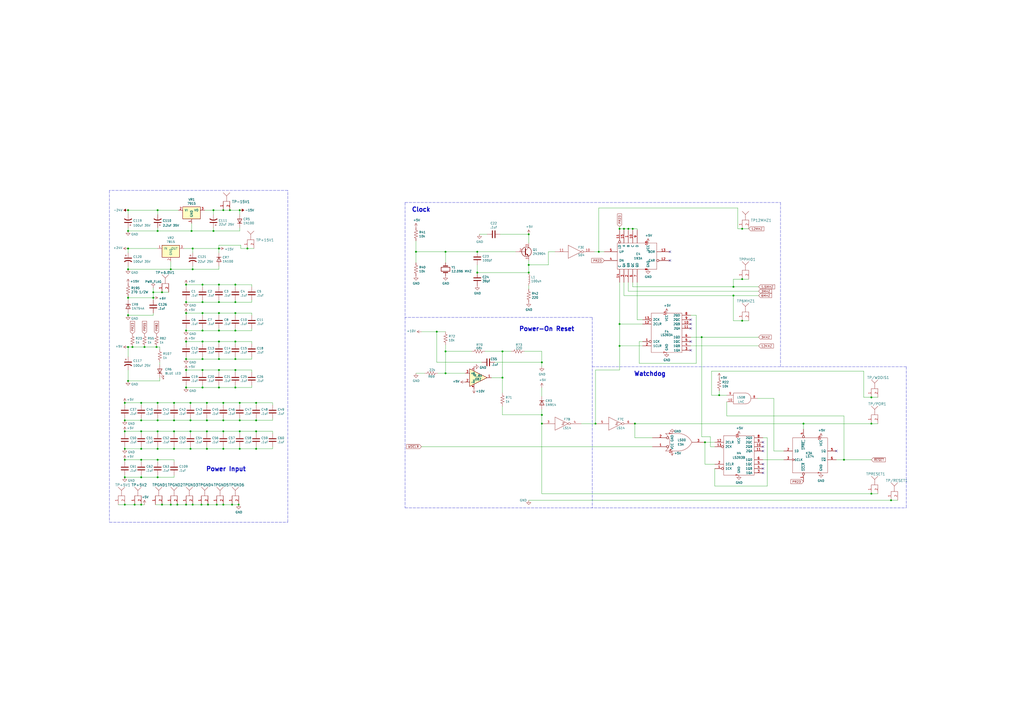
<source format=kicad_sch>
(kicad_sch (version 20211123) (generator eeschema)
  (paper "A2")
  (junction (at 91.44 260.35))
  (junction (at 120.015 260.35))
  (junction (at 107.95 181.61))
  (junction (at 430.53 132.715))
  (junction (at 408.94 256.54))
  (junction (at 505.46 245.745))
  (junction (at 107.95 224.79))
  (junction (at 100.965 250.19))
  (junction (at 120.015 243.84))
  (junction (at 291.465 219.075))
  (junction (at 258.445 216.535))
  (junction (at 138.43 292.735))
  (junction (at 129.54 250.19))
  (junction (at 136.525 208.28))
  (junction (at 72.39 243.84))
  (junction (at 127 214.63))
  (junction (at 148.59 250.19))
  (junction (at 129.54 233.68))
  (junction (at 136.525 198.12))
  (junction (at 117.475 165.1))
  (junction (at 83.82 201.295))
  (junction (at 314.325 240.665))
  (junction (at 125.73 292.735))
  (junction (at 430.53 186.055))
  (junction (at 364.49 132.715))
  (junction (at 127 191.77))
  (junction (at 110.49 243.84))
  (junction (at 136.525 214.63))
  (junction (at 127 181.61))
  (junction (at 81.915 276.86))
  (junction (at 136.525 181.61))
  (junction (at 88.9 169.545))
  (junction (at 306.705 158.115))
  (junction (at 129.54 121.92))
  (junction (at 91.44 250.19))
  (junction (at 90.805 201.295))
  (junction (at 347.345 146.05))
  (junction (at 136.525 165.1))
  (junction (at 133.35 121.92))
  (junction (at 81.915 243.84))
  (junction (at 407.035 195.58))
  (junction (at 102.87 292.735))
  (junction (at 111.76 144.145))
  (junction (at 81.915 250.19))
  (junction (at 74.295 172.72))
  (junction (at 123.825 133.985))
  (junction (at 148.59 233.68))
  (junction (at 117.475 198.12))
  (junction (at 74.295 121.92))
  (junction (at 367.03 132.715))
  (junction (at 74.295 182.88))
  (junction (at 148.59 243.84))
  (junction (at 127 198.12))
  (junction (at 136.525 224.79))
  (junction (at 253.365 192.405))
  (junction (at 93.98 169.545))
  (junction (at 120.015 233.68))
  (junction (at 123.825 121.92))
  (junction (at 129.54 260.35))
  (junction (at 91.44 233.68))
  (junction (at 107.95 191.77))
  (junction (at 81.915 260.35))
  (junction (at 91.44 276.86))
  (junction (at 127 224.79))
  (junction (at 107.95 214.63))
  (junction (at 117.475 191.77))
  (junction (at 107.95 165.1))
  (junction (at 117.475 224.79))
  (junction (at 139.065 260.35))
  (junction (at 291.465 203.835))
  (junction (at 276.86 158.115))
  (junction (at 127 175.26))
  (junction (at 91.44 121.92))
  (junction (at 241.3 146.05))
  (junction (at 466.09 245.745))
  (junction (at 81.915 233.68))
  (junction (at 129.54 292.735))
  (junction (at 139.065 233.68))
  (junction (at 258.445 146.05))
  (junction (at 417.195 229.235))
  (junction (at 72.39 276.86))
  (junction (at 111.76 156.21))
  (junction (at 76.835 201.295))
  (junction (at 81.915 292.735))
  (junction (at 110.49 250.19))
  (junction (at 107.95 198.12))
  (junction (at 276.86 146.05))
  (junction (at 72.39 250.19))
  (junction (at 74.295 220.98))
  (junction (at 368.3 245.745))
  (junction (at 88.9 172.72))
  (junction (at 425.45 171.45))
  (junction (at 74.295 201.295))
  (junction (at 117.475 208.28))
  (junction (at 111.125 133.985))
  (junction (at 100.965 233.68))
  (junction (at 139.065 250.19))
  (junction (at 425.45 166.37))
  (junction (at 314.325 245.745))
  (junction (at 139.065 121.92))
  (junction (at 107.95 292.735))
  (junction (at 116.84 292.735))
  (junction (at 136.525 191.77))
  (junction (at 74.295 156.21))
  (junction (at 107.95 208.28))
  (junction (at 127 144.145))
  (junction (at 127 208.28))
  (junction (at 107.95 175.26))
  (junction (at 100.965 243.84))
  (junction (at 117.475 175.26))
  (junction (at 258.445 203.835))
  (junction (at 361.95 132.715))
  (junction (at 120.65 292.735))
  (junction (at 78.105 292.735))
  (junction (at 117.475 181.61))
  (junction (at 516.89 290.195))
  (junction (at 120.015 250.19))
  (junction (at 143.51 144.145))
  (junction (at 72.39 292.735))
  (junction (at 134.62 292.735))
  (junction (at 148.59 260.35))
  (junction (at 505.46 286.385))
  (junction (at 91.44 133.985))
  (junction (at 359.41 187.96))
  (junction (at 72.39 233.68))
  (junction (at 505.46 230.505))
  (junction (at 345.44 245.745))
  (junction (at 359.41 200.66))
  (junction (at 111.76 292.735))
  (junction (at 139.065 243.84))
  (junction (at 117.475 214.63))
  (junction (at 99.06 292.735))
  (junction (at 72.39 260.35))
  (junction (at 93.98 292.735))
  (junction (at 314.325 210.185))
  (junction (at 430.53 161.925))
  (junction (at 74.295 144.145))
  (junction (at 306.705 135.89))
  (junction (at 489.585 266.7))
  (junction (at 81.915 266.7))
  (junction (at 306.705 153.67))
  (junction (at 129.54 243.84))
  (junction (at 359.41 132.715))
  (junction (at 127 165.1))
  (junction (at 136.525 175.26))
  (junction (at 91.44 266.7))
  (junction (at 99.06 156.21))
  (junction (at 91.44 243.84))
  (junction (at 100.965 260.35))
  (junction (at 74.295 133.985))
  (junction (at 110.49 233.68))
  (junction (at 110.49 260.35))
  (junction (at 72.39 266.7))
  (no_connect (at 485.14 261.62))
  (no_connect (at 442.595 274.32))
  (no_connect (at 442.595 259.08))
  (no_connect (at 442.595 269.24))
  (no_connect (at 442.595 261.62))
  (no_connect (at 388.62 146.05))
  (no_connect (at 388.62 151.13))
  (no_connect (at 400.685 187.96))
  (no_connect (at 400.685 203.2))
  (no_connect (at 400.685 185.42))
  (no_connect (at 442.595 271.78))
  (no_connect (at 400.685 198.12))
  (no_connect (at 400.685 190.5))
  (no_connect (at 442.595 256.54))
  (wire (pts (xy 100.965 234.95) (xy 100.965 233.68)))
  (wire (pts (xy 425.45 186.055) (xy 425.45 171.45)))
  (wire (pts (xy 139.065 259.08) (xy 139.065 260.35)))
  (wire (pts (xy 136.525 199.39) (xy 136.525 198.12)))
  (wire (pts (xy 139.065 133.985) (xy 123.825 133.985)))
  (wire (pts (xy 445.135 281.94) (xy 414.655 281.94)))
  (wire (pts (xy 129.54 260.35) (xy 139.065 260.35)))
  (wire (pts (xy 127 166.37) (xy 127 165.1)))
  (wire (pts (xy 74.295 172.72) (xy 88.9 172.72)))
  (wire (pts (xy 136.525 214.63) (xy 146.05 214.63)))
  (wire (pts (xy 139.065 234.95) (xy 139.065 233.68)))
  (wire (pts (xy 136.525 182.88) (xy 136.525 181.61)))
  (wire (pts (xy 314.325 286.385) (xy 505.46 286.385)))
  (wire (pts (xy 425.45 166.37) (xy 440.055 166.37)))
  (wire (pts (xy 276.86 158.115) (xy 276.86 153.67)))
  (wire (pts (xy 364.49 168.91) (xy 440.055 168.91)))
  (wire (pts (xy 148.59 260.35) (xy 158.115 260.35)))
  (wire (pts (xy 74.295 182.88) (xy 74.295 181.61)))
  (wire (pts (xy 120.015 242.57) (xy 120.015 243.84)))
  (wire (pts (xy 347.345 146.05) (xy 347.345 120.65)))
  (wire (pts (xy 81.915 250.19) (xy 91.44 250.19)))
  (wire (pts (xy 466.09 245.745) (xy 505.46 245.745)))
  (wire (pts (xy 414.655 256.54) (xy 408.94 256.54)))
  (wire (pts (xy 136.525 191.77) (xy 146.05 191.77)))
  (wire (pts (xy 123.825 133.985) (xy 111.125 133.985)))
  (wire (pts (xy 78.105 292.735) (xy 81.915 292.735)))
  (wire (pts (xy 72.39 275.59) (xy 72.39 276.86)))
  (wire (pts (xy 83.82 292.735) (xy 81.915 292.735)))
  (wire (pts (xy 421.64 241.3) (xy 421.64 233.045)))
  (wire (pts (xy 139.7 144.145) (xy 143.51 144.145)))
  (wire (pts (xy 146.05 208.28) (xy 146.05 207.01)))
  (wire (pts (xy 127 165.1) (xy 136.525 165.1)))
  (wire (pts (xy 361.95 163.83) (xy 361.95 171.45)))
  (wire (pts (xy 100.965 259.08) (xy 100.965 260.35)))
  (wire (pts (xy 106.68 144.145) (xy 111.76 144.145)))
  (wire (pts (xy 81.915 250.19) (xy 81.915 251.46)))
  (wire (pts (xy 359.41 200.66) (xy 359.41 214.63)))
  (wire (pts (xy 107.95 181.61) (xy 117.475 181.61)))
  (wire (pts (xy 72.39 267.97) (xy 72.39 266.7)))
  (wire (pts (xy 72.39 292.735) (xy 78.105 292.735)))
  (wire (pts (xy 93.98 292.735) (xy 99.06 292.735)))
  (wire (pts (xy 72.39 251.46) (xy 72.39 250.19)))
  (wire (pts (xy 148.59 242.57) (xy 148.59 243.84)))
  (wire (pts (xy 448.945 231.14) (xy 448.945 261.62)))
  (wire (pts (xy 139.065 242.57) (xy 139.065 243.84)))
  (wire (pts (xy 107.95 166.37) (xy 107.95 165.1)))
  (wire (pts (xy 314.325 240.665) (xy 314.325 237.49)))
  (wire (pts (xy 111.125 133.985) (xy 111.125 129.54)))
  (wire (pts (xy 91.44 260.35) (xy 100.965 260.35)))
  (wire (pts (xy 454.66 266.7) (xy 442.595 266.7)))
  (wire (pts (xy 442.595 254) (xy 445.135 254)))
  (wire (pts (xy 520.7 290.195) (xy 516.89 290.195)))
  (wire (pts (xy 370.84 210.82) (xy 403.86 210.82)))
  (wire (pts (xy 127 190.5) (xy 127 191.77)))
  (wire (pts (xy 127 144.145) (xy 127 142.24)))
  (wire (pts (xy 72.39 276.86) (xy 81.915 276.86)))
  (wire (pts (xy 412.115 253.365) (xy 407.035 253.365)))
  (wire (pts (xy 378.46 254) (xy 368.3 254)))
  (wire (pts (xy 146.05 214.63) (xy 146.05 215.9)))
  (wire (pts (xy 74.295 154.305) (xy 74.295 156.21)))
  (wire (pts (xy 133.35 121.92) (xy 129.54 121.92)))
  (wire (pts (xy 146.05 165.1) (xy 146.05 166.37)))
  (wire (pts (xy 123.825 132.08) (xy 123.825 133.985)))
  (wire (pts (xy 100.965 242.57) (xy 100.965 243.84)))
  (wire (pts (xy 314.325 229.87) (xy 314.325 224.79)))
  (wire (pts (xy 100.965 275.59) (xy 100.965 276.86)))
  (wire (pts (xy 417.195 229.235) (xy 412.75 229.235)))
  (wire (pts (xy 347.345 120.65) (xy 427.99 120.65)))
  (wire (pts (xy 123.825 121.92) (xy 123.825 124.46)))
  (wire (pts (xy 129.54 243.84) (xy 129.54 242.57)))
  (wire (pts (xy 117.475 198.12) (xy 127 198.12)))
  (wire (pts (xy 127 154.305) (xy 127 156.21)))
  (wire (pts (xy 158.115 233.68) (xy 158.115 234.95)))
  (wire (pts (xy 306.705 153.67) (xy 306.705 158.115)))
  (wire (pts (xy 127 191.77) (xy 136.525 191.77)))
  (wire (pts (xy 127 198.12) (xy 136.525 198.12)))
  (wire (pts (xy 318.135 146.05) (xy 318.135 153.67)))
  (wire (pts (xy 107.95 207.01) (xy 107.95 208.28)))
  (wire (pts (xy 425.45 161.925) (xy 425.45 166.37)))
  (wire (pts (xy 127 182.88) (xy 127 181.61)))
  (wire (pts (xy 489.585 266.7) (xy 505.46 266.7)))
  (wire (pts (xy 139.065 250.19) (xy 148.59 250.19)))
  (wire (pts (xy 92.71 220.98) (xy 74.295 220.98)))
  (wire (pts (xy 72.39 259.08) (xy 72.39 260.35)))
  (wire (pts (xy 99.06 292.735) (xy 102.87 292.735)))
  (wire (pts (xy 414.655 259.08) (xy 412.115 259.08)))
  (wire (pts (xy 81.915 243.84) (xy 81.915 242.57)))
  (wire (pts (xy 314.325 212.725) (xy 314.325 210.185)))
  (wire (pts (xy 129.54 250.19) (xy 129.54 251.46)))
  (wire (pts (xy 129.54 260.35) (xy 129.54 259.08)))
  (wire (pts (xy 285.115 219.075) (xy 291.465 219.075)))
  (wire (pts (xy 127 144.145) (xy 127 146.685)))
  (wire (pts (xy 127 142.24) (xy 139.7 142.24)))
  (wire (pts (xy 129.54 243.84) (xy 139.065 243.84)))
  (wire (pts (xy 136.525 207.01) (xy 136.525 208.28)))
  (wire (pts (xy 306.705 290.195) (xy 516.89 290.195)))
  (polyline (pts (xy 525.78 212.725) (xy 525.78 294.64)))
  (wire (pts (xy 445.135 254) (xy 445.135 281.94)))
  (wire (pts (xy 146.05 224.79) (xy 146.05 223.52)))
  (wire (pts (xy 120.65 292.735) (xy 116.84 292.735)))
  (wire (pts (xy 367.03 166.37) (xy 425.45 166.37)))
  (wire (pts (xy 139.065 243.84) (xy 148.59 243.84)))
  (wire (pts (xy 107.95 198.12) (xy 117.475 198.12)))
  (wire (pts (xy 368.3 245.745) (xy 466.09 245.745)))
  (wire (pts (xy 148.59 250.19) (xy 158.115 250.19)))
  (wire (pts (xy 129.54 250.19) (xy 139.065 250.19)))
  (wire (pts (xy 158.115 243.84) (xy 158.115 242.57)))
  (wire (pts (xy 466.09 248.92) (xy 466.09 245.745)))
  (wire (pts (xy 74.295 133.985) (xy 91.44 133.985)))
  (wire (pts (xy 88.9 182.88) (xy 74.295 182.88)))
  (wire (pts (xy 74.295 172.72) (xy 74.295 173.99)))
  (wire (pts (xy 117.475 208.28) (xy 127 208.28)))
  (wire (pts (xy 253.365 210.185) (xy 253.365 192.405)))
  (wire (pts (xy 91.44 234.95) (xy 91.44 233.68)))
  (wire (pts (xy 430.53 161.925) (xy 425.45 161.925)))
  (wire (pts (xy 111.76 154.305) (xy 111.76 156.21)))
  (wire (pts (xy 117.475 165.1) (xy 127 165.1)))
  (wire (pts (xy 107.95 165.1) (xy 117.475 165.1)))
  (wire (pts (xy 127 208.28) (xy 136.525 208.28)))
  (wire (pts (xy 83.82 201.295) (xy 90.805 201.295)))
  (wire (pts (xy 90.17 292.735) (xy 93.98 292.735)))
  (wire (pts (xy 412.75 215.265) (xy 501.015 215.265)))
  (wire (pts (xy 318.135 153.67) (xy 306.705 153.67)))
  (wire (pts (xy 81.915 233.68) (xy 91.44 233.68)))
  (wire (pts (xy 291.465 227.965) (xy 291.465 219.075)))
  (wire (pts (xy 345.44 214.63) (xy 359.41 214.63)))
  (wire (pts (xy 359.41 132.715) (xy 359.41 133.35)))
  (wire (pts (xy 93.98 169.545) (xy 88.9 169.545)))
  (wire (pts (xy 509.27 286.385) (xy 505.46 286.385)))
  (wire (pts (xy 136.525 215.9) (xy 136.525 214.63)))
  (wire (pts (xy 129.54 233.68) (xy 129.54 234.95)))
  (wire (pts (xy 88.9 167.005) (xy 88.9 169.545)))
  (wire (pts (xy 136.525 166.37) (xy 136.525 165.1)))
  (wire (pts (xy 369.57 185.42) (xy 372.745 185.42)))
  (wire (pts (xy 74.295 132.08) (xy 74.295 133.985)))
  (wire (pts (xy 361.95 171.45) (xy 425.45 171.45)))
  (wire (pts (xy 127 175.26) (xy 136.525 175.26)))
  (wire (pts (xy 127 214.63) (xy 136.525 214.63)))
  (wire (pts (xy 158.115 250.19) (xy 158.115 251.46)))
  (wire (pts (xy 485.14 266.7) (xy 489.585 266.7)))
  (wire (pts (xy 350.52 146.05) (xy 347.345 146.05)))
  (wire (pts (xy 359.41 187.96) (xy 359.41 163.83)))
  (wire (pts (xy 110.49 260.35) (xy 110.49 259.08)))
  (wire (pts (xy 88.9 169.545) (xy 88.9 172.72)))
  (wire (pts (xy 347.345 146.05) (xy 344.805 146.05)))
  (wire (pts (xy 279.4 210.185) (xy 253.365 210.185)))
  (wire (pts (xy 107.95 190.5) (xy 107.95 191.77)))
  (wire (pts (xy 107.95 224.79) (xy 117.475 224.79)))
  (wire (pts (xy 111.76 144.145) (xy 127 144.145)))
  (wire (pts (xy 74.295 144.145) (xy 91.44 144.145)))
  (wire (pts (xy 107.95 208.28) (xy 117.475 208.28)))
  (wire (pts (xy 282.575 135.89) (xy 278.13 135.89)))
  (wire (pts (xy 107.95 175.26) (xy 117.475 175.26)))
  (wire (pts (xy 88.9 181.61) (xy 88.9 182.88)))
  (polyline (pts (xy 167.005 302.895) (xy 167.005 110.49)))
  (wire (pts (xy 489.585 266.7) (xy 489.585 241.3)))
  (wire (pts (xy 139.065 132.08) (xy 139.065 133.985)))
  (wire (pts (xy 100.965 243.84) (xy 110.49 243.84)))
  (wire (pts (xy 81.915 266.7) (xy 91.44 266.7)))
  (wire (pts (xy 127 199.39) (xy 127 198.12)))
  (wire (pts (xy 91.44 267.97) (xy 91.44 266.7)))
  (wire (pts (xy 120.015 251.46) (xy 120.015 250.19)))
  (wire (pts (xy 107.95 214.63) (xy 117.475 214.63)))
  (wire (pts (xy 425.45 171.45) (xy 440.055 171.45)))
  (wire (pts (xy 448.945 261.62) (xy 454.66 261.62)))
  (wire (pts (xy 400.685 195.58) (xy 407.035 195.58)))
  (wire (pts (xy 91.44 250.19) (xy 100.965 250.19)))
  (wire (pts (xy 127 156.21) (xy 111.76 156.21)))
  (wire (pts (xy 369.57 163.83) (xy 369.57 185.42)))
  (wire (pts (xy 117.475 165.1) (xy 117.475 166.37)))
  (wire (pts (xy 127 223.52) (xy 127 224.79)))
  (wire (pts (xy 127 215.9) (xy 127 214.63)))
  (wire (pts (xy 103.505 121.92) (xy 91.44 121.92)))
  (wire (pts (xy 361.95 132.715) (xy 364.49 132.715)))
  (wire (pts (xy 111.76 156.21) (xy 99.06 156.21)))
  (wire (pts (xy 120.015 243.84) (xy 110.49 243.84)))
  (wire (pts (xy 372.745 198.12) (xy 370.84 198.12)))
  (wire (pts (xy 146.05 191.77) (xy 146.05 190.5)))
  (wire (pts (xy 92.71 202.565) (xy 92.71 201.295)))
  (wire (pts (xy 117.475 181.61) (xy 127 181.61)))
  (wire (pts (xy 407.035 195.58) (xy 440.055 195.58)))
  (wire (pts (xy 127 181.61) (xy 136.525 181.61)))
  (wire (pts (xy 291.465 219.075) (xy 291.465 203.835)))
  (wire (pts (xy 148.59 233.68) (xy 158.115 233.68)))
  (wire (pts (xy 100.965 260.35) (xy 110.49 260.35)))
  (wire (pts (xy 146.05 175.26) (xy 146.05 173.99)))
  (wire (pts (xy 368.3 254) (xy 368.3 245.745)))
  (wire (pts (xy 258.445 203.835) (xy 258.445 216.535)))
  (wire (pts (xy 72.39 260.35) (xy 81.915 260.35)))
  (wire (pts (xy 412.115 259.08) (xy 412.115 253.365)))
  (wire (pts (xy 100.965 233.68) (xy 110.49 233.68)))
  (wire (pts (xy 136.525 165.1) (xy 146.05 165.1)))
  (wire (pts (xy 91.44 242.57) (xy 91.44 243.84)))
  (wire (pts (xy 81.915 233.68) (xy 81.915 234.95)))
  (wire (pts (xy 314.325 245.745) (xy 314.325 286.385)))
  (wire (pts (xy 88.9 172.72) (xy 88.9 173.99)))
  (wire (pts (xy 314.325 245.745) (xy 314.325 240.665)))
  (polyline (pts (xy 452.755 117.475) (xy 452.755 212.725)))
  (wire (pts (xy 107.95 182.88) (xy 107.95 181.61)))
  (wire (pts (xy 127 224.79) (xy 136.525 224.79)))
  (wire (pts (xy 136.525 181.61) (xy 146.05 181.61)))
  (wire (pts (xy 110.49 243.84) (xy 110.49 242.57)))
  (wire (pts (xy 408.94 256.54) (xy 408.94 269.24)))
  (wire (pts (xy 146.05 181.61) (xy 146.05 182.88)))
  (wire (pts (xy 74.295 220.98) (xy 74.295 214.63)))
  (wire (pts (xy 359.41 200.66) (xy 359.41 187.96)))
  (wire (pts (xy 91.44 243.84) (xy 100.965 243.84)))
  (wire (pts (xy 403.86 210.82) (xy 403.86 182.88)))
  (wire (pts (xy 68.58 292.735) (xy 72.39 292.735)))
  (wire (pts (xy 99.06 156.21) (xy 99.06 151.765)))
  (wire (pts (xy 364.49 132.715) (xy 367.03 132.715)))
  (wire (pts (xy 258.445 203.835) (xy 258.445 200.025)))
  (wire (pts (xy 81.915 260.35) (xy 91.44 260.35)))
  (wire (pts (xy 364.49 163.83) (xy 364.49 168.91)))
  (wire (pts (xy 72.39 233.68) (xy 81.915 233.68)))
  (polyline (pts (xy 234.95 117.475) (xy 234.95 294.64)))
  (polyline (pts (xy 343.535 184.15) (xy 234.95 184.15)))
  (wire (pts (xy 407.035 195.58) (xy 407.035 253.365)))
  (wire (pts (xy 370.84 198.12) (xy 370.84 210.82)))
  (wire (pts (xy 120.015 250.19) (xy 110.49 250.19)))
  (wire (pts (xy 72.39 234.95) (xy 72.39 233.68)))
  (wire (pts (xy 129.54 292.735) (xy 125.73 292.735)))
  (wire (pts (xy 117.475 175.26) (xy 117.475 173.99)))
  (wire (pts (xy 136.525 208.28) (xy 146.05 208.28)))
  (wire (pts (xy 136.525 198.12) (xy 146.05 198.12)))
  (wire (pts (xy 91.44 121.92) (xy 91.44 124.46)))
  (wire (pts (xy 91.44 259.08) (xy 91.44 260.35)))
  (wire (pts (xy 296.545 203.835) (xy 291.465 203.835)))
  (wire (pts (xy 148.59 234.95) (xy 148.59 233.68)))
  (wire (pts (xy 138.43 292.735) (xy 134.62 292.735)))
  (wire (pts (xy 123.825 121.92) (xy 129.54 121.92)))
  (wire (pts (xy 287.02 210.185) (xy 314.325 210.185)))
  (wire (pts (xy 120.015 243.84) (xy 129.54 243.84)))
  (wire (pts (xy 107.95 292.735) (xy 102.87 292.735)))
  (wire (pts (xy 414.655 281.94) (xy 414.655 271.78)))
  (wire (pts (xy 117.475 214.63) (xy 127 214.63)))
  (wire (pts (xy 111.76 144.145) (xy 111.76 146.685)))
  (wire (pts (xy 314.325 203.835) (xy 304.165 203.835)))
  (wire (pts (xy 127 207.01) (xy 127 208.28)))
  (wire (pts (xy 299.085 146.05) (xy 276.86 146.05)))
  (wire (pts (xy 91.44 233.68) (xy 100.965 233.68)))
  (wire (pts (xy 269.875 216.535) (xy 258.445 216.535)))
  (wire (pts (xy 117.475 214.63) (xy 117.475 215.9)))
  (wire (pts (xy 430.53 186.055) (xy 425.45 186.055)))
  (polyline (pts (xy 63.5 110.49) (xy 63.5 302.895)))
  (wire (pts (xy 241.3 152.4) (xy 241.3 146.05)))
  (wire (pts (xy 91.44 276.86) (xy 100.965 276.86)))
  (wire (pts (xy 120.015 259.08) (xy 120.015 260.35)))
  (wire (pts (xy 345.44 245.745) (xy 337.185 245.745)))
  (wire (pts (xy 74.295 156.21) (xy 99.06 156.21)))
  (wire (pts (xy 148.59 243.84) (xy 158.115 243.84)))
  (wire (pts (xy 116.84 292.735) (xy 111.76 292.735)))
  (wire (pts (xy 136.525 223.52) (xy 136.525 224.79)))
  (wire (pts (xy 139.065 260.35) (xy 148.59 260.35)))
  (wire (pts (xy 81.915 260.35) (xy 81.915 259.08)))
  (wire (pts (xy 361.95 132.715) (xy 359.41 132.715)))
  (wire (pts (xy 120.015 260.35) (xy 110.49 260.35)))
  (wire (pts (xy 117.475 208.28) (xy 117.475 207.01)))
  (wire (pts (xy 139.065 121.92) (xy 139.065 124.46)))
  (wire (pts (xy 120.015 233.68) (xy 129.54 233.68)))
  (wire (pts (xy 258.445 192.405) (xy 253.365 192.405)))
  (wire (pts (xy 107.95 223.52) (xy 107.95 224.79)))
  (wire (pts (xy 92.71 219.075) (xy 92.71 220.98)))
  (wire (pts (xy 117.475 191.77) (xy 127 191.77)))
  (wire (pts (xy 72.39 242.57) (xy 72.39 243.84)))
  (wire (pts (xy 258.445 216.535) (xy 254 216.535)))
  (wire (pts (xy 92.71 210.185) (xy 92.71 211.455)))
  (wire (pts (xy 90.805 201.295) (xy 92.71 201.295)))
  (wire (pts (xy 127 173.99) (xy 127 175.26)))
  (wire (pts (xy 139.7 142.24) (xy 139.7 144.145)))
  (wire (pts (xy 306.705 135.89) (xy 306.705 140.97)))
  (wire (pts (xy 367.03 133.35) (xy 367.03 132.715)))
  (wire (pts (xy 148.59 251.46) (xy 148.59 250.19)))
  (wire (pts (xy 430.53 132.715) (xy 427.99 132.715)))
  (wire (pts (xy 291.465 203.835) (xy 281.305 203.835)))
  (wire (pts (xy 290.195 135.89) (xy 306.705 135.89)))
  (wire (pts (xy 74.295 172.085) (xy 74.295 172.72)))
  (polyline (pts (xy 343.535 184.15) (xy 343.535 294.64)))
  (wire (pts (xy 97.79 169.545) (xy 93.98 169.545)))
  (wire (pts (xy 133.35 121.92) (xy 139.065 121.92)))
  (wire (pts (xy 139.065 233.68) (xy 148.59 233.68)))
  (wire (pts (xy 91.44 275.59) (xy 91.44 276.86)))
  (wire (pts (xy 91.44 133.985) (xy 91.44 132.08)))
  (wire (pts (xy 148.59 259.08) (xy 148.59 260.35)))
  (wire (pts (xy 91.44 266.7) (xy 100.965 266.7)))
  (wire (pts (xy 241.3 146.05) (xy 241.3 139.7)))
  (wire (pts (xy 136.525 224.79) (xy 146.05 224.79)))
  (wire (pts (xy 439.42 231.14) (xy 448.945 231.14)))
  (wire (pts (xy 117.475 198.12) (xy 117.475 199.39)))
  (wire (pts (xy 291.465 240.665) (xy 314.325 240.665)))
  (wire (pts (xy 306.705 151.13) (xy 306.705 153.67)))
  (wire (pts (xy 427.99 132.715) (xy 427.99 120.65)))
  (wire (pts (xy 139.065 251.46) (xy 139.065 250.19)))
  (wire (pts (xy 100.965 250.19) (xy 110.49 250.19)))
  (wire (pts (xy 509.27 245.745) (xy 505.46 245.745)))
  (wire (pts (xy 81.915 243.84) (xy 91.44 243.84)))
  (wire (pts (xy 110.49 233.68) (xy 110.49 234.95)))
  (wire (pts (xy 345.44 214.63) (xy 345.44 245.745)))
  (wire (pts (xy 120.015 250.19) (xy 129.54 250.19)))
  (wire (pts (xy 136.525 190.5) (xy 136.525 191.77)))
  (wire (pts (xy 253.365 192.405) (xy 244.475 192.405)))
  (wire (pts (xy 91.44 251.46) (xy 91.44 250.19)))
  (wire (pts (xy 421.64 229.235) (xy 417.195 229.235)))
  (wire (pts (xy 107.95 173.99) (xy 107.95 175.26)))
  (wire (pts (xy 81.915 276.86) (xy 91.44 276.86)))
  (wire (pts (xy 118.745 121.92) (xy 123.825 121.92)))
  (wire (pts (xy 400.685 200.66) (xy 440.055 200.66)))
  (wire (pts (xy 125.73 292.735) (xy 120.65 292.735)))
  (wire (pts (xy 276.86 146.05) (xy 258.445 146.05)))
  (wire (pts (xy 107.95 292.735) (xy 111.76 292.735)))
  (wire (pts (xy 107.95 199.39) (xy 107.95 198.12)))
  (wire (pts (xy 72.39 243.84) (xy 81.915 243.84)))
  (wire (pts (xy 74.295 146.685) (xy 74.295 144.145)))
  (wire (pts (xy 110.49 250.19) (xy 110.49 251.46)))
  (wire (pts (xy 117.475 224.79) (xy 127 224.79)))
  (wire (pts (xy 372.745 200.66) (xy 359.41 200.66)))
  (wire (pts (xy 412.75 229.235) (xy 412.75 215.265)))
  (wire (pts (xy 403.86 182.88) (xy 400.685 182.88)))
  (wire (pts (xy 489.585 241.3) (xy 421.64 241.3)))
  (wire (pts (xy 120.015 260.35) (xy 129.54 260.35)))
  (wire (pts (xy 72.39 250.19) (xy 81.915 250.19)))
  (wire (pts (xy 434.34 186.055) (xy 430.53 186.055)))
  (wire (pts (xy 372.745 187.96) (xy 359.41 187.96)))
  (wire (pts (xy 408.94 269.24) (xy 414.655 269.24)))
  (wire (pts (xy 74.295 201.295) (xy 76.835 201.295)))
  (wire (pts (xy 306.705 165.735) (xy 306.705 167.64)))
  (wire (pts (xy 107.95 191.77) (xy 117.475 191.77)))
  (polyline (pts (xy 343.535 212.725) (xy 525.78 212.725)))
  (wire (pts (xy 306.705 158.115) (xy 276.86 158.115)))
  (wire (pts (xy 107.95 215.9) (xy 107.95 214.63)))
  (wire (pts (xy 146.05 198.12) (xy 146.05 199.39)))
  (polyline (pts (xy 234.95 294.64) (xy 525.78 294.64)))
  (wire (pts (xy 378.46 259.08) (xy 244.475 259.08)))
  (wire (pts (xy 434.34 132.715) (xy 430.53 132.715)))
  (wire (pts (xy 501.015 230.505) (xy 501.015 215.265)))
  (wire (pts (xy 361.95 133.35) (xy 361.95 132.715)))
  (wire (pts (xy 258.445 152.4) (xy 258.445 146.05)))
  (wire (pts (xy 258.445 146.05) (xy 241.3 146.05)))
  (wire (pts (xy 81.915 276.86) (xy 81.915 275.59)))
  (wire (pts (xy 147.32 144.145) (xy 143.51 144.145)))
  (wire (pts (xy 505.46 230.505) (xy 501.015 230.505)))
  (wire (pts (xy 367.03 163.83) (xy 367.03 166.37)))
  (wire (pts (xy 117.475 191.77) (xy 117.475 190.5)))
  (wire (pts (xy 74.295 207.01) (xy 74.295 201.295)))
  (wire (pts (xy 369.57 132.715) (xy 369.57 133.35)))
  (wire (pts (xy 434.34 161.925) (xy 430.53 161.925)))
  (wire (pts (xy 367.03 132.715) (xy 369.57 132.715)))
  (wire (pts (xy 136.525 175.26) (xy 146.05 175.26)))
  (wire (pts (xy 291.465 235.585) (xy 291.465 240.665)))
  (wire (pts (xy 136.525 173.99) (xy 136.525 175.26)))
  (wire (pts (xy 120.015 234.95) (xy 120.015 233.68)))
  (wire (pts (xy 158.115 260.35) (xy 158.115 259.08)))
  (wire (pts (xy 76.835 201.295) (xy 83.82 201.295)))
  (wire (pts (xy 246.38 216.535) (xy 241.3 216.535)))
  (polyline (pts (xy 234.95 117.475) (xy 452.755 117.475)))
  (wire (pts (xy 314.325 210.185) (xy 314.325 203.835)))
  (polyline (pts (xy 63.5 302.895) (xy 167.005 302.895)))
  (wire (pts (xy 134.62 292.735) (xy 129.54 292.735)))
  (wire (pts (xy 74.295 124.46) (xy 74.295 121.92)))
  (wire (pts (xy 117.475 175.26) (xy 127 175.26)))
  (wire (pts (xy 72.39 266.7) (xy 81.915 266.7)))
  (wire (pts (xy 509.27 230.505) (xy 505.46 230.505)))
  (wire (pts (xy 364.49 133.35) (xy 364.49 132.715)))
  (wire (pts (xy 273.685 203.835) (xy 258.445 203.835)))
  (wire (pts (xy 74.295 121.92) (xy 91.44 121.92)))
  (wire (pts (xy 120.015 233.68) (xy 110.49 233.68)))
  (wire (pts (xy 117.475 181.61) (xy 117.475 182.88)))
  (wire (pts (xy 91.44 133.985) (xy 111.125 133.985)))
  (wire (pts (xy 129.54 233.68) (xy 139.065 233.68)))
  (wire (pts (xy 417.195 229.235) (xy 417.195 226.695)))
  (wire (pts (xy 100.965 267.97) (xy 100.965 266.7)))
  (wire (pts (xy 100.965 251.46) (xy 100.965 250.19)))
  (wire (pts (xy 359.41 131.445) (xy 359.41 132.715)))
  (wire (pts (xy 321.945 146.05) (xy 318.135 146.05)))
  (wire (pts (xy 81.915 266.7) (xy 81.915 267.97)))
  (polyline (pts (xy 167.005 110.49) (xy 63.5 110.49)))
  (wire (pts (xy 117.475 224.79) (xy 117.475 223.52)))
  (text "Power-On Reset" (at 300.99 192.405 0) (effects (font (size 2.54 2.54) (thickness 0.508) bold) (justify left bottom)))
  (text "Power Input" (at 119.38 273.685 0) (effects (font (size 2.54 2.54) (thickness 0.508) bold) (justify left bottom)))
  (text "Clock" (at 238.76 123.19 0) (effects (font (size 2.54 2.54) (thickness 0.508) bold) (justify left bottom)))
  (text "Watchdog" (at 367.665 218.44 0) (effects (font (size 2.54 2.54) (thickness 0.508) bold) (justify left bottom)))
  (global_label "3KHZ" (shape input) (at 440.055 195.58 0) (property "Intersheet References" "${INTERSHEET_REFS}" (effects hide)))
  (global_label "1.5MHZ" (shape input) (at 440.055 166.37 0) (property "Intersheet References" "${INTERSHEET_REFS}" (effects hide)))
  (global_label "PR23" (shape input) (at 76.835 193.675 90) (property "Intersheet References" "${INTERSHEET_REFS}" (effects hide)))
  (global_label "PR82" (shape input) (at 90.805 193.675 90) (property "Intersheet References" "${INTERSHEET_REFS}" (effects hide)))
  (global_label "6MHZ" (shape input) (at 440.055 171.45 0) (property "Intersheet References" "${INTERSHEET_REFS}" (effects hide)))
  (global_label "PR55" (shape input) (at 83.82 193.675 90) (property "Intersheet References" "${INTERSHEET_REFS}" (effects hide)))
  (global_label "PR23" (shape input) (at 466.09 279.4 180) (property "Intersheet References" "${INTERSHEET_REFS}" (effects hide)))
  (global_label "PR23" (shape input) (at 359.41 131.445 90) (property "Intersheet References" "${INTERSHEET_REFS}" (effects hide)))
  (global_label "~{WDCLR}" (shape input) (at 244.475 259.08 180) (property "Intersheet References" "${INTERSHEET_REFS}" (effects hide)))
  (global_label "3MHZ" (shape input) (at 440.055 168.91 0) (property "Intersheet References" "${INTERSHEET_REFS}" (effects hide)))
  (global_label "PR23" (shape input) (at 350.52 151.13 180) (property "Intersheet References" "${INTERSHEET_REFS}" (effects hide)))
  (global_label "12MHZ" (shape input) (at 434.34 132.715 0) (property "Intersheet References" "${INTERSHEET_REFS}" (effects hide)))
  (global_label "12KHZ" (shape input) (at 440.055 200.66 0) (property "Intersheet References" "${INTERSHEET_REFS}" (effects hide)))
  (global_label "~{RESET}" (shape input) (at 505.46 266.7 0) (property "Intersheet References" "${INTERSHEET_REFS}" (effects hide)))
  (symbol (lib_id "atari_grav_bw:7915") (at 111.125 121.92 0) (mirror x) (unit 1)
    (property "Reference" "VR1" (at 111.125 115.7732 0))
    (property "Value" "7915" (at 111.125 118.0846 0))
  )
  (symbol (lib_id "Device:D") (at 139.065 128.27 90) (unit 1)
    (property "Reference" "CR5" (at 141.0716 127.1016 90) (effects (justify right)))
    (property "Value" "1N100" (at 141.0716 129.413 90) (effects (justify right)))
  )
  (symbol (lib_id "power:+24V") (at 74.295 144.145 90) (unit 1)
    (property "Reference" "#PWR0138" (effects hide))
    (property "Value" "+24V" (at 71.0438 143.764 90) (effects (justify left)))
  )
  (symbol (lib_id "power:-24V") (at 74.295 121.92 90) (unit 1)
    (property "Reference" "#PWR0141" (effects hide))
    (property "Value" "-24V" (at 71.12 121.92 90) (effects (justify left)))
  )
  (symbol (lib_id "power:-15V") (at 139.065 121.92 270) (unit 1)
    (property "Reference" "#PWR0137" (effects hide))
    (property "Value" "-15V" (at 144.78 121.92 90))
  )
  (symbol (lib_id "Device:D") (at 127 150.495 270) (unit 1)
    (property "Reference" "CR7" (at 129.0066 149.3266 90) (effects (justify left)))
    (property "Value" "1N100" (at 129.0066 151.638 90) (effects (justify left)))
  )
  (symbol (lib_id "power:+15V") (at 127 144.145 270) (unit 1)
    (property "Reference" "#PWR0142" (effects hide))
    (property "Value" "+15V" (at 130.2512 144.526 90) (effects (justify left)))
  )
  (symbol (lib_id "atari_grav_bw:7815") (at 99.06 144.145 0) (unit 1)
    (property "Reference" "VR2" (at 99.06 137.9982 0))
    (property "Value" "7815" (at 99.06 140.3096 0))
  )
  (symbol (lib_id "power:GND") (at 74.295 133.985 0) (unit 1)
    (property "Reference" "#PWR0139" (effects hide))
    (property "Value" "GND" (at 78.105 135.89 0))
  )
  (symbol (lib_id "power:GND") (at 74.295 156.21 0) (unit 1)
    (property "Reference" "#PWR0140" (effects hide))
    (property "Value" "GND" (at 78.105 158.115 0))
  )
  (symbol (lib_id "Device:R_US") (at 74.295 168.275 0) (unit 1)
    (property "Reference" "R195" (at 76.0222 167.1066 0) (effects (justify left)))
    (property "Value" "270 1/2W" (at 76.0222 169.418 0) (effects (justify left)))
  )
  (symbol (lib_id "power:+15V") (at 74.295 164.465 0) (unit 1)
    (property "Reference" "#PWR0128" (effects hide))
    (property "Value" "+15V" (at 78.105 163.195 0))
  )
  (symbol (lib_id "Device:D_Zener") (at 74.295 177.8 270) (unit 1)
    (property "Reference" "CR8" (at 76.3016 176.6316 90) (effects (justify left)))
    (property "Value" "1N754A" (at 76.3016 178.943 90) (effects (justify left)))
  )
  (symbol (lib_id "Device:C") (at 88.9 177.8 0) (unit 1)
    (property "Reference" "C126" (at 91.821 176.6316 0) (effects (justify left)))
    (property "Value" ".1uf" (at 91.821 178.943 0) (effects (justify left)))
  )
  (symbol (lib_id "power:GND") (at 74.295 182.88 0) (unit 1)
    (property "Reference" "#PWR0126" (effects hide))
    (property "Value" "GND" (at 78.105 184.785 0))
  )
  (symbol (lib_id "power:+6V") (at 88.9 172.72 270) (unit 1)
    (property "Reference" "#PWR0129" (effects hide))
    (property "Value" "+6V" (at 92.1512 173.101 90) (effects (justify left)))
  )
  (symbol (lib_id "power:+5V") (at 74.295 201.295 90) (unit 1)
    (property "Reference" "#PWR0127" (effects hide))
    (property "Value" "+5V" (at 71.0438 200.914 90) (effects (justify left)))
  )
  (symbol (lib_id "Device:R_US") (at 76.835 197.485 0) (unit 1)
    (property "Reference" "R23" (at 78.5622 196.3166 0) (effects (justify left)))
    (property "Value" "1k" (at 78.5622 198.628 0) (effects (justify left)))
  )
  (symbol (lib_id "Device:R_US") (at 83.82 197.485 0) (unit 1)
    (property "Reference" "R55" (at 85.5472 196.3166 0) (effects (justify left)))
    (property "Value" "1k" (at 85.5472 198.628 0) (effects (justify left)))
  )
  (symbol (lib_id "Device:R_US") (at 90.805 197.485 0) (unit 1)
    (property "Reference" "R82" (at 92.5322 196.3166 0) (effects (justify left)))
    (property "Value" "1k" (at 92.5322 198.628 0) (effects (justify left)))
  )
  (symbol (lib_id "Device:LED") (at 92.71 215.265 90) (unit 1)
    (property "Reference" "CR6" (at 95.6818 214.2744 90) (effects (justify right)))
    (property "Value" "BLUE LED" (at 95.6818 216.5858 90) (effects (justify right)))
  )
  (symbol (lib_id "Device:R_US") (at 92.71 206.375 0) (unit 1)
    (property "Reference" "R107" (at 94.4372 205.2066 0) (effects (justify left)))
    (property "Value" "1k" (at 94.4372 207.518 0) (effects (justify left)))
  )
  (symbol (lib_id "power:GND") (at 74.295 220.98 0) (unit 1)
    (property "Reference" "#PWR0143" (effects hide))
    (property "Value" "GND" (at 78.105 222.885 0))
  )
  (symbol (lib_id "Device:C") (at 107.95 170.18 0) (unit 1)
    (property "Reference" "C1" (at 110.871 169.0116 0) (effects (justify left)))
    (property "Value" ".1uf" (at 110.871 171.323 0) (effects (justify left)))
  )
  (symbol (lib_id "Device:C") (at 117.475 170.18 0) (unit 1)
    (property "Reference" "C2" (at 120.396 169.0116 0) (effects (justify left)))
    (property "Value" ".1uf" (at 120.396 171.323 0) (effects (justify left)))
  )
  (symbol (lib_id "Device:C") (at 127 170.18 0) (unit 1)
    (property "Reference" "C3" (at 129.921 169.0116 0) (effects (justify left)))
    (property "Value" ".1uf" (at 129.921 171.323 0) (effects (justify left)))
  )
  (symbol (lib_id "Device:C") (at 136.525 170.18 0) (unit 1)
    (property "Reference" "C4" (at 139.446 169.0116 0) (effects (justify left)))
    (property "Value" ".1uf" (at 139.446 171.323 0) (effects (justify left)))
  )
  (symbol (lib_id "Device:C") (at 146.05 170.18 0) (unit 1)
    (property "Reference" "C5" (at 148.971 169.0116 0) (effects (justify left)))
    (property "Value" ".1uf" (at 148.971 171.323 0) (effects (justify left)))
  )
  (symbol (lib_id "power:+5V") (at 107.95 165.1 0) (unit 1)
    (property "Reference" "#PWR0125" (effects hide))
    (property "Value" "+5V" (at 111.125 163.195 0))
  )
  (symbol (lib_id "power:GND") (at 107.95 175.26 0) (unit 1)
    (property "Reference" "#PWR0130" (effects hide))
    (property "Value" "GND" (at 111.76 177.165 0))
  )
  (symbol (lib_id "Device:C") (at 107.95 186.69 0) (unit 1)
    (property "Reference" "C6" (at 110.871 185.5216 0) (effects (justify left)))
    (property "Value" ".1uf" (at 110.871 187.833 0) (effects (justify left)))
  )
  (symbol (lib_id "Device:C") (at 117.475 186.69 0) (unit 1)
    (property "Reference" "C7" (at 120.396 185.5216 0) (effects (justify left)))
    (property "Value" ".1uf" (at 120.396 187.833 0) (effects (justify left)))
  )
  (symbol (lib_id "Device:C") (at 127 186.69 0) (unit 1)
    (property "Reference" "C8" (at 129.921 185.5216 0) (effects (justify left)))
    (property "Value" ".1uf" (at 129.921 187.833 0) (effects (justify left)))
  )
  (symbol (lib_id "Device:C") (at 136.525 186.69 0) (unit 1)
    (property "Reference" "C10" (at 139.446 185.5216 0) (effects (justify left)))
    (property "Value" ".1uf" (at 139.446 187.833 0) (effects (justify left)))
  )
  (symbol (lib_id "Device:C") (at 146.05 186.69 0) (unit 1)
    (property "Reference" "C11" (at 148.971 185.5216 0) (effects (justify left)))
    (property "Value" ".1uf" (at 148.971 187.833 0) (effects (justify left)))
  )
  (symbol (lib_id "power:+5V") (at 107.95 181.61 0) (unit 1)
    (property "Reference" "#PWR0132" (effects hide))
    (property "Value" "+5V" (at 111.125 179.705 0))
  )
  (symbol (lib_id "power:GND") (at 107.95 191.77 0) (unit 1)
    (property "Reference" "#PWR0131" (effects hide))
    (property "Value" "GND" (at 111.76 193.675 0))
  )
  (symbol (lib_id "Device:C") (at 107.95 203.2 0) (unit 1)
    (property "Reference" "C12" (at 110.871 202.0316 0) (effects (justify left)))
    (property "Value" ".1uf" (at 110.871 204.343 0) (effects (justify left)))
  )
  (symbol (lib_id "Device:C") (at 117.475 203.2 0) (unit 1)
    (property "Reference" "C13" (at 120.396 202.0316 0) (effects (justify left)))
    (property "Value" ".1uf" (at 120.396 204.343 0) (effects (justify left)))
  )
  (symbol (lib_id "Device:C") (at 127 203.2 0) (unit 1)
    (property "Reference" "C14" (at 129.921 202.0316 0) (effects (justify left)))
    (property "Value" ".1uf" (at 129.921 204.343 0) (effects (justify left)))
  )
  (symbol (lib_id "Device:C") (at 136.525 203.2 0) (unit 1)
    (property "Reference" "C15" (at 139.446 202.0316 0) (effects (justify left)))
    (property "Value" ".1uf" (at 139.446 204.343 0) (effects (justify left)))
  )
  (symbol (lib_id "Device:C") (at 146.05 203.2 0) (unit 1)
    (property "Reference" "C18" (at 148.971 202.0316 0) (effects (justify left)))
    (property "Value" ".1uf" (at 148.971 204.343 0) (effects (justify left)))
  )
  (symbol (lib_id "power:+5V") (at 107.95 198.12 0) (unit 1)
    (property "Reference" "#PWR0133" (effects hide))
    (property "Value" "+5V" (at 111.125 196.215 0))
  )
  (symbol (lib_id "power:GND") (at 107.95 208.28 0) (unit 1)
    (property "Reference" "#PWR0134" (effects hide))
    (property "Value" "GND" (at 111.76 210.185 0))
  )
  (symbol (lib_id "Device:C") (at 107.95 219.71 0) (unit 1)
    (property "Reference" "C19" (at 110.871 218.5416 0) (effects (justify left)))
    (property "Value" ".1uf" (at 110.871 220.853 0) (effects (justify left)))
  )
  (symbol (lib_id "Device:C") (at 117.475 219.71 0) (unit 1)
    (property "Reference" "C20" (at 120.396 218.5416 0) (effects (justify left)))
    (property "Value" ".1uf" (at 120.396 220.853 0) (effects (justify left)))
  )
  (symbol (lib_id "Device:C") (at 127 219.71 0) (unit 1)
    (property "Reference" "C21" (at 129.921 218.5416 0) (effects (justify left)))
    (property "Value" ".1uf" (at 129.921 220.853 0) (effects (justify left)))
  )
  (symbol (lib_id "Device:C") (at 136.525 219.71 0) (unit 1)
    (property "Reference" "C25" (at 139.446 218.5416 0) (effects (justify left)))
    (property "Value" ".1uf" (at 139.446 220.853 0) (effects (justify left)))
  )
  (symbol (lib_id "Device:C") (at 146.05 219.71 0) (unit 1)
    (property "Reference" "C26" (at 148.971 218.5416 0) (effects (justify left)))
    (property "Value" ".1uf" (at 148.971 220.853 0) (effects (justify left)))
  )
  (symbol (lib_id "power:+5V") (at 107.95 214.63 0) (unit 1)
    (property "Reference" "#PWR0135" (effects hide))
    (property "Value" "+5V" (at 111.125 212.725 0))
  )
  (symbol (lib_id "power:GND") (at 107.95 224.79 0) (unit 1)
    (property "Reference" "#PWR0146" (effects hide))
    (property "Value" "GND" (at 111.76 226.695 0))
  )
  (symbol (lib_id "Device:C") (at 72.39 238.76 0) (unit 1)
    (property "Reference" "C37" (at 75.311 237.5916 0) (effects (justify left)))
    (property "Value" ".1uf" (at 75.311 239.903 0) (effects (justify left)))
  )
  (symbol (lib_id "Device:C") (at 81.915 238.76 0) (unit 1)
    (property "Reference" "C40" (at 84.836 237.5916 0) (effects (justify left)))
    (property "Value" ".1uf" (at 84.836 239.903 0) (effects (justify left)))
  )
  (symbol (lib_id "Device:C") (at 91.44 238.76 0) (unit 1)
    (property "Reference" "C41" (at 94.361 237.5916 0) (effects (justify left)))
    (property "Value" ".1uf" (at 94.361 239.903 0) (effects (justify left)))
  )
  (symbol (lib_id "Device:C") (at 100.965 238.76 0) (unit 1)
    (property "Reference" "C42" (at 103.886 237.5916 0) (effects (justify left)))
    (property "Value" ".1uf" (at 103.886 239.903 0) (effects (justify left)))
  )
  (symbol (lib_id "Device:C") (at 110.49 238.76 0) (unit 1)
    (property "Reference" "C43" (at 113.411 237.5916 0) (effects (justify left)))
    (property "Value" ".1uf" (at 113.411 239.903 0) (effects (justify left)))
  )
  (symbol (lib_id "power:+5V") (at 72.39 233.68 0) (unit 1)
    (property "Reference" "#PWR0144" (effects hide))
    (property "Value" "+5V" (at 75.565 231.775 0))
  )
  (symbol (lib_id "power:GND") (at 72.39 243.84 0) (unit 1)
    (property "Reference" "#PWR0145" (effects hide))
    (property "Value" "GND" (at 76.2 245.745 0))
  )
  (symbol (lib_id "Device:C") (at 120.015 238.76 0) (unit 1)
    (property "Reference" "C45" (at 122.936 237.5916 0) (effects (justify left)))
    (property "Value" ".1uf" (at 122.936 239.903 0) (effects (justify left)))
  )
  (symbol (lib_id "Device:C") (at 129.54 238.76 0) (unit 1)
    (property "Reference" "C46" (at 132.461 237.5916 0) (effects (justify left)))
    (property "Value" ".1uf" (at 132.461 239.903 0) (effects (justify left)))
  )
  (symbol (lib_id "Device:C") (at 139.065 238.76 0) (unit 1)
    (property "Reference" "C47" (at 141.986 237.5916 0) (effects (justify left)))
    (property "Value" ".1uf" (at 141.986 239.903 0) (effects (justify left)))
  )
  (symbol (lib_id "Device:C") (at 148.59 238.76 0) (unit 1)
    (property "Reference" "C48" (at 151.511 237.5916 0) (effects (justify left)))
    (property "Value" ".1uf" (at 151.511 239.903 0) (effects (justify left)))
  )
  (symbol (lib_id "Device:C") (at 158.115 238.76 0) (unit 1)
    (property "Reference" "C49" (at 161.036 237.5916 0) (effects (justify left)))
    (property "Value" ".1uf" (at 161.036 239.903 0) (effects (justify left)))
  )
  (symbol (lib_id "Device:C") (at 72.39 255.27 0) (unit 1)
    (property "Reference" "C50" (at 75.311 254.1016 0) (effects (justify left)))
    (property "Value" ".1uf" (at 75.311 256.413 0) (effects (justify left)))
  )
  (symbol (lib_id "Device:C") (at 81.915 255.27 0) (unit 1)
    (property "Reference" "C51" (at 84.836 254.1016 0) (effects (justify left)))
    (property "Value" ".1uf" (at 84.836 256.413 0) (effects (justify left)))
  )
  (symbol (lib_id "Device:C") (at 91.44 255.27 0) (unit 1)
    (property "Reference" "C52" (at 94.361 254.1016 0) (effects (justify left)))
    (property "Value" ".1uf" (at 94.361 256.413 0) (effects (justify left)))
  )
  (symbol (lib_id "Device:C") (at 100.965 255.27 0) (unit 1)
    (property "Reference" "C53" (at 103.886 254.1016 0) (effects (justify left)))
    (property "Value" ".1uf" (at 103.886 256.413 0) (effects (justify left)))
  )
  (symbol (lib_id "Device:C") (at 110.49 255.27 0) (unit 1)
    (property "Reference" "C54" (at 113.411 254.1016 0) (effects (justify left)))
    (property "Value" ".1uf" (at 113.411 256.413 0) (effects (justify left)))
  )
  (symbol (lib_id "power:+5V") (at 72.39 250.19 0) (unit 1)
    (property "Reference" "#PWR0147" (effects hide))
    (property "Value" "+5V" (at 75.565 248.285 0))
  )
  (symbol (lib_id "power:GND") (at 72.39 260.35 0) (unit 1)
    (property "Reference" "#PWR0148" (effects hide))
    (property "Value" "GND" (at 76.2 262.255 0))
  )
  (symbol (lib_id "Device:C") (at 120.015 255.27 0) (unit 1)
    (property "Reference" "C56" (at 122.936 254.1016 0) (effects (justify left)))
    (property "Value" ".1uf" (at 122.936 256.413 0) (effects (justify left)))
  )
  (symbol (lib_id "Device:C") (at 129.54 255.27 0) (unit 1)
    (property "Reference" "C57" (at 132.461 254.1016 0) (effects (justify left)))
    (property "Value" ".1uf" (at 132.461 256.413 0) (effects (justify left)))
  )
  (symbol (lib_id "Device:C") (at 139.065 255.27 0) (unit 1)
    (property "Reference" "C58" (at 141.986 254.1016 0) (effects (justify left)))
    (property "Value" ".1uf" (at 141.986 256.413 0) (effects (justify left)))
  )
  (symbol (lib_id "Device:C") (at 148.59 255.27 0) (unit 1)
    (property "Reference" "C59" (at 151.511 254.1016 0) (effects (justify left)))
    (property "Value" ".1uf" (at 151.511 256.413 0) (effects (justify left)))
  )
  (symbol (lib_id "Device:C") (at 158.115 255.27 0) (unit 1)
    (property "Reference" "C60" (at 161.036 254.1016 0) (effects (justify left)))
    (property "Value" ".1uf" (at 161.036 256.413 0) (effects (justify left)))
  )
  (symbol (lib_id "Device:C") (at 72.39 271.78 0) (unit 1)
    (property "Reference" "C61" (at 75.311 270.6116 0) (effects (justify left)))
    (property "Value" ".1uf" (at 75.311 272.923 0) (effects (justify left)))
  )
  (symbol (lib_id "Device:C") (at 81.915 271.78 0) (unit 1)
    (property "Reference" "C62" (at 84.836 270.6116 0) (effects (justify left)))
    (property "Value" ".1uf" (at 84.836 272.923 0) (effects (justify left)))
  )
  (symbol (lib_id "Device:C") (at 91.44 271.78 0) (unit 1)
    (property "Reference" "C63" (at 94.361 270.6116 0) (effects (justify left)))
    (property "Value" ".1uf" (at 94.361 272.923 0) (effects (justify left)))
  )
  (symbol (lib_id "Device:C") (at 100.965 271.78 0) (unit 1)
    (property "Reference" "C109" (at 103.886 270.6116 0) (effects (justify left)))
    (property "Value" ".1uf" (at 103.886 272.923 0) (effects (justify left)))
  )
  (symbol (lib_id "power:+5V") (at 72.39 266.7 0) (unit 1)
    (property "Reference" "#PWR0150" (effects hide))
    (property "Value" "+5V" (at 75.565 264.795 0))
  )
  (symbol (lib_id "power:GND") (at 72.39 276.86 0) (unit 1)
    (property "Reference" "#PWR0149" (effects hide))
    (property "Value" "GND" (at 76.2 278.765 0))
  )
  (symbol (lib_id "Device:R_US") (at 241.3 135.89 0) (unit 1)
    (property "Reference" "R41" (at 243.0272 134.7216 0) (effects (justify left)))
    (property "Value" "10k" (at 243.0272 137.033 0) (effects (justify left)))
  )
  (symbol (lib_id "Device:R_US") (at 241.3 156.21 0) (unit 1)
    (property "Reference" "R40" (at 243.0272 155.0416 0) (effects (justify left)))
    (property "Value" "10k" (at 243.0272 157.353 0) (effects (justify left)))
  )
  (symbol (lib_id "Device:Crystal") (at 258.445 156.21 270) (unit 1)
    (property "Reference" "Y1" (at 261.7724 155.0416 90) (effects (justify left)))
    (property "Value" "12.096 MHZ" (at 261.7724 157.353 90) (effects (justify left)))
  )
  (symbol (lib_id "Device:C") (at 276.86 149.86 0) (unit 1)
    (property "Reference" "C23" (at 279.781 148.6916 0) (effects (justify left)))
    (property "Value" "100pf" (at 279.781 151.003 0) (effects (justify left)))
  )
  (symbol (lib_id "Device:C") (at 276.86 161.925 0) (unit 1)
    (property "Reference" "C24" (at 279.781 160.7566 0) (effects (justify left)))
    (property "Value" "39pf" (at 279.781 163.068 0) (effects (justify left)))
  )
  (symbol (lib_id "Device:C") (at 286.385 135.89 270) (unit 1)
    (property "Reference" "C22" (at 286.385 129.4892 90))
    (property "Value" ".1uf" (at 286.385 131.8006 90))
  )
  (symbol (lib_id "Device:L") (at 306.705 161.925 0) (unit 1)
    (property "Reference" "L1" (at 308.0512 160.7566 0) (effects (justify left)))
    (property "Value" "100uh" (at 308.0512 163.068 0) (effects (justify left)))
  )
  (symbol (lib_id "Device:R_US") (at 306.705 171.45 0) (unit 1)
    (property "Reference" "R42" (at 308.4322 170.2816 0) (effects (justify left)))
    (property "Value" "220" (at 308.4322 172.593 0) (effects (justify left)))
  )
  (symbol (lib_id "Transistor_BJT:2N3904") (at 304.165 146.05 0) (unit 1)
    (property "Reference" "Q1" (at 308.991 144.8816 0) (effects (justify left)))
    (property "Value" "2N3904" (at 308.991 147.193 0) (effects (justify left)))
    (property "Datasheet" "https://www.fairchildsemi.com/datasheets/2N/2N3904.pdf" (effects hide))
  )
  (symbol (lib_id "power:GND") (at 241.3 160.02 0) (unit 1)
    (property "Reference" "#PWR0112" (effects hide))
    (property "Value" "GND" (at 241.427 164.4142 0))
  )
  (symbol (lib_id "power:GND") (at 258.445 160.02 0) (unit 1)
    (property "Reference" "#PWR0111" (effects hide))
    (property "Value" "GND" (at 258.572 164.4142 0))
  )
  (symbol (lib_id "power:GND") (at 276.86 165.735 0) (unit 1)
    (property "Reference" "#PWR0114" (effects hide))
    (property "Value" "GND" (at 276.987 170.1292 0))
  )
  (symbol (lib_id "power:GND") (at 306.705 175.26 0) (unit 1)
    (property "Reference" "#PWR0117" (effects hide))
    (property "Value" "GND" (at 306.832 179.6542 0))
  )
  (symbol (lib_id "power:GND") (at 278.13 135.89 0) (unit 1)
    (property "Reference" "#PWR0115" (effects hide))
    (property "Value" "GND" (at 278.257 140.2842 0))
  )
  (symbol (lib_id "power:+5V") (at 241.3 132.08 0) (unit 1)
    (property "Reference" "#PWR0110" (effects hide))
    (property "Value" "+5V" (at 241.681 127.6858 0))
  )
  (symbol (lib_id "power:+5V") (at 306.705 135.89 0) (unit 1)
    (property "Reference" "#PWR0116" (effects hide))
    (property "Value" "+5V" (at 307.086 131.4958 0))
  )
  (symbol (lib_id "atari_grav_bw:LS04") (at 333.375 146.05 0) (unit 5)
    (property "Reference" "F3" (at 337.185 143.51 0))
    (property "Value" "S04" (at 337.185 147.955 0))
  )
  (symbol (lib_id "atari_grav_bw:LS193A") (at 369.57 148.59 0) (unit 1)
    (property "Reference" "E4" (at 368.935 147.32 0) (effects (justify left)))
    (property "Value" "193A" (at 367.665 149.86 0) (effects (justify left)))
  )
  (symbol (lib_id "power:+5V") (at 375.92 140.97 0) (unit 1)
    (property "Reference" "#PWR0105" (effects hide))
    (property "Value" "+5V" (at 376.301 136.5758 0))
  )
  (symbol (lib_id "power:GND") (at 375.92 156.21 0) (unit 1)
    (property "Reference" "#PWR0103" (effects hide))
    (property "Value" "GND" (at 376.047 160.6042 0))
  )
  (symbol (lib_id "power:+5V") (at 269.875 221.615 90) (unit 1)
    (property "Reference" "#PWR0108" (effects hide))
    (property "Value" "+5V" (at 266.6238 221.234 90) (effects (justify left)))
  )
  (symbol (lib_id "atari_grav_bw:LS393A") (at 386.715 193.04 0) (unit 1)
    (property "Reference" "F4" (at 386.715 192.405 0))
    (property "Value" "LS393A" (at 386.715 194.31 0))
  )
  (symbol (lib_id "power:GND") (at 386.715 204.47 0) (unit 1)
    (property "Reference" "#PWR0102" (effects hide))
    (property "Value" "GND" (at 386.842 208.8642 0))
  )
  (symbol (lib_id "power:+5V") (at 386.715 181.61 0) (unit 1)
    (property "Reference" "#PWR0101" (effects hide))
    (property "Value" "+5V" (at 387.096 177.2158 0))
  )
  (symbol (lib_id "atari_grav_bw:LS393B") (at 428.625 264.16 0) (unit 1)
    (property "Reference" "H4" (at 428.625 262.89 0))
    (property "Value" "LS393B" (at 428.625 265.43 0))
  )
  (symbol (lib_id "power:GND") (at 428.625 275.59 0) (unit 1)
    (property "Reference" "#PWR0123" (effects hide))
    (property "Value" "GND" (at 428.752 279.9842 0))
  )
  (symbol (lib_id "power:+5V") (at 428.625 252.73 0) (unit 1)
    (property "Reference" "#PWR0119" (effects hide))
    (property "Value" "+5V" (at 429.006 248.3358 0))
  )
  (symbol (lib_id "Device:R_US") (at 258.445 196.215 0) (unit 1)
    (property "Reference" "R72" (at 260.1722 195.0466 0) (effects (justify left)))
    (property "Value" "10k" (at 260.1722 197.358 0) (effects (justify left)))
  )
  (symbol (lib_id "Device:R_US") (at 277.495 203.835 270) (unit 1)
    (property "Reference" "R70" (at 276.225 200.025 90) (effects (justify left)))
    (property "Value" "68k" (at 276.225 201.93 90) (effects (justify left)))
  )
  (symbol (lib_id "Device:R_US") (at 300.355 203.835 270) (unit 1)
    (property "Reference" "R73" (at 299.085 200.025 90) (effects (justify left)))
    (property "Value" "220" (at 299.085 201.93 90) (effects (justify left)))
  )
  (symbol (lib_id "Device:C") (at 283.21 210.185 270) (unit 1)
    (property "Reference" "C55" (at 284.48 208.28 90) (effects (justify left)))
    (property "Value" ".1uf" (at 285.115 211.455 90) (effects (justify left)))
  )
  (symbol (lib_id "Device:R_US") (at 250.19 216.535 270) (unit 1)
    (property "Reference" "R69" (at 248.285 218.44 90) (effects (justify left)))
    (property "Value" "22k" (at 248.92 214.63 90) (effects (justify left)))
  )
  (symbol (lib_id "Device:R_US") (at 291.465 231.775 0) (unit 1)
    (property "Reference" "R71" (at 293.1922 230.6066 0) (effects (justify left)))
    (property "Value" "1k" (at 293.1922 232.918 0) (effects (justify left)))
  )
  (symbol (lib_id "Device:D") (at 314.325 233.68 270) (unit 1)
    (property "Reference" "CR3" (at 316.3316 232.5116 90) (effects (justify left)))
    (property "Value" "1N914" (at 316.3316 234.823 90) (effects (justify left)))
  )
  (symbol (lib_id "atari_grav_bw:LS14") (at 325.755 245.745 0) (unit 2)
    (property "Reference" "F7" (at 328.93 243.205 0))
    (property "Value" "LS14" (at 328.93 248.285 0))
  )
  (symbol (lib_id "atari_grav_bw:LS14") (at 356.87 245.745 0) (unit 3)
    (property "Reference" "F7" (at 360.045 243.205 0))
    (property "Value" "LS14" (at 360.045 248.285 0))
  )
  (symbol (lib_id "atari_grav_bw:LS00") (at 393.7 256.54 0) (mirror x) (unit 1) (convert 2)
    (property "Reference" "E3" (at 393.065 257.81 0) (effects (justify left)))
    (property "Value" "LS00" (at 393.065 255.27 0) (effects (justify left)))
  )
  (symbol (lib_id "power:GND") (at 389.89 251.46 180) (unit 1)
    (property "Reference" "#PWR0121" (effects hide))
    (property "Value" "GND" (at 393.065 250.19 0))
  )
  (symbol (lib_id "power:+5V") (at 389.89 261.62 180) (unit 1)
    (property "Reference" "#PWR0122" (effects hide))
    (property "Value" "+5V" (at 393.065 262.89 0))
  )
  (symbol (lib_id "power:+10V") (at 244.475 192.405 90) (unit 1)
    (property "Reference" "#PWR0113" (effects hide))
    (property "Value" "+10V" (at 241.2238 192.024 90) (effects (justify left)))
  )
  (symbol (lib_id "power:GND") (at 241.3 216.535 0) (unit 1)
    (property "Reference" "#PWR0107" (effects hide))
    (property "Value" "GND" (at 241.427 220.9292 0))
  )
  (symbol (lib_id "power:GND") (at 314.325 212.725 0) (unit 1)
    (property "Reference" "#PWR0104" (effects hide))
    (property "Value" "GND" (at 314.452 217.1192 0))
  )
  (symbol (lib_id "power:+5V") (at 314.325 224.79 0) (unit 1)
    (property "Reference" "#PWR0106" (effects hide))
    (property "Value" "+5V" (at 314.706 220.3958 0))
  )
  (symbol (lib_id "power:GND") (at 306.705 290.195 0) (unit 1)
    (property "Reference" "#PWR0109" (effects hide))
    (property "Value" "GND" (at 303.53 290.195 0))
  )
  (symbol (lib_id "atari_grav_bw:LS08") (at 429.895 231.14 0) (unit 3)
    (property "Reference" "L4" (at 429.895 233.045 0))
    (property "Value" "LS08" (at 429.895 230.505 0))
  )
  (symbol (lib_id "Device:R_US") (at 417.195 222.885 0) (unit 1)
    (property "Reference" "R22" (at 418.9222 221.7166 0) (effects (justify left)))
    (property "Value" "10k" (at 418.9222 224.028 0) (effects (justify left)))
  )
  (symbol (lib_id "atari_grav_bw:LS74") (at 469.9 264.16 0) (unit 1)
    (property "Reference" "K3" (at 467.36 262.89 0) (effects (justify left)))
    (property "Value" "LS74" (at 467.36 264.795 0) (effects (justify left)))
  )
  (symbol (lib_id "power:+5V") (at 476.25 254 0) (unit 1)
    (property "Reference" "#PWR0120" (effects hide))
    (property "Value" "+5V" (at 476.631 249.6058 0))
  )
  (symbol (lib_id "atari_grav_bw:TP") (at 518.795 285.115 0) (unit 1)
    (property "Reference" "TP/RESET1" (at 513.715 278.765 0) (effects (font (size 1.524 1.524)) (justify left)))
    (property "Value" "TP" (effects hide))
  )
  (symbol (lib_id "atari_grav_bw:TP") (at 507.365 281.305 0) (unit 1)
    (property "Reference" "TPRESET1" (at 502.285 274.955 0) (effects (font (size 1.524 1.524)) (justify left)))
    (property "Value" "TP" (effects hide))
  )
  (symbol (lib_id "atari_grav_bw:TP") (at 507.365 240.665 0) (unit 1)
    (property "Reference" "TP/POR1" (at 503.555 234.315 0) (effects (font (size 1.524 1.524)) (justify left)))
    (property "Value" "TP" (effects hide))
  )
  (symbol (lib_id "atari_grav_bw:TP") (at 432.435 156.845 0) (unit 1)
    (property "Reference" "TPPHI01" (at 428.625 150.495 0) (effects (font (size 1.524 1.524)) (justify left)))
    (property "Value" "TP" (effects hide))
  )
  (symbol (lib_id "atari_grav_bw:TP") (at 432.435 180.975 0) (unit 1)
    (property "Reference" "TP6MHZ1" (at 427.355 174.625 0) (effects (font (size 1.524 1.524)) (justify left)))
    (property "Value" "TP" (effects hide))
  )
  (symbol (lib_id "atari_grav_bw:TP") (at 432.435 127.635 0) (unit 1)
    (property "Reference" "TP12MHZ1" (at 435.4576 127.8382 0) (effects (font (size 1.524 1.524)) (justify left)))
    (property "Value" "TP" (effects hide))
  )
  (symbol (lib_id "atari_grav_bw:TP") (at 131.445 116.84 0) (unit 1)
    (property "Reference" "TP-15V1" (at 134.4676 117.0432 0) (effects (font (size 1.524 1.524)) (justify left)))
    (property "Value" "TP" (effects hide))
  )
  (symbol (lib_id "atari_grav_bw:TP") (at 145.415 139.065 0) (unit 1)
    (property "Reference" "TP+15V1" (at 148.4376 139.2682 0) (effects (font (size 1.524 1.524)) (justify left)))
    (property "Value" "TP" (effects hide))
  )
  (symbol (lib_id "atari_grav_bw:TP") (at 95.885 164.465 0) (unit 1)
    (property "Reference" "TP+6.8V1" (at 90.17 158.115 0) (effects (font (size 1.524 1.524)) (justify left)))
    (property "Value" "TP" (effects hide))
  )
  (symbol (lib_id "atari_grav_bw:TP") (at 70.485 287.655 0) (unit 1)
    (property "Reference" "TP+5V1" (at 66.675 281.305 0) (effects (font (size 1.524 1.524)) (justify left)))
    (property "Value" "TP" (effects hide))
  )
  (symbol (lib_id "atari_grav_bw:TP") (at 80.01 287.655 0) (unit 1)
    (property "Reference" "TP+5V2" (at 76.2 281.305 0) (effects (font (size 1.524 1.524)) (justify left)))
    (property "Value" "TP" (effects hide))
  )
  (symbol (lib_id "power:+5V") (at 83.82 292.735 0) (unit 1)
    (property "Reference" "#PWR0151" (effects hide))
    (property "Value" "+5V" (at 84.201 288.3408 0))
  )
  (symbol (lib_id "atari_grav_bw:TP") (at 92.075 287.655 0) (unit 1)
    (property "Reference" "TPGND1" (at 88.265 281.305 0) (effects (font (size 1.524 1.524)) (justify left)))
    (property "Value" "TP" (effects hide))
  )
  (symbol (lib_id "atari_grav_bw:TP") (at 100.965 287.655 0) (unit 1)
    (property "Reference" "TPGND2" (at 97.155 281.305 0) (effects (font (size 1.524 1.524)) (justify left)))
    (property "Value" "TP" (effects hide))
  )
  (symbol (lib_id "atari_grav_bw:TP") (at 109.855 287.655 0) (unit 1)
    (property "Reference" "TPGND3" (at 106.045 281.305 0) (effects (font (size 1.524 1.524)) (justify left)))
    (property "Value" "TP" (effects hide))
  )
  (symbol (lib_id "atari_grav_bw:TP") (at 118.745 287.655 0) (unit 1)
    (property "Reference" "TPGND4" (at 114.935 281.305 0) (effects (font (size 1.524 1.524)) (justify left)))
    (property "Value" "TP" (effects hide))
  )
  (symbol (lib_id "atari_grav_bw:TP") (at 127.635 287.655 0) (unit 1)
    (property "Reference" "TPGND5" (at 123.825 281.305 0) (effects (font (size 1.524 1.524)) (justify left)))
    (property "Value" "TP" (effects hide))
  )
  (symbol (lib_id "atari_grav_bw:TP") (at 136.525 287.655 0) (unit 1)
    (property "Reference" "TPGND6" (at 132.715 281.305 0) (effects (font (size 1.524 1.524)) (justify left)))
    (property "Value" "TP" (effects hide))
  )
  (symbol (lib_id "power:GND") (at 138.43 292.735 0) (unit 1)
    (property "Reference" "#PWR0136" (effects hide))
    (property "Value" "GND" (at 138.557 297.1292 0))
  )
  (symbol (lib_id "power:+5V") (at 417.195 219.075 0) (unit 1)
    (property "Reference" "#PWR0118" (effects hide))
    (property "Value" "+5V" (at 419.735 219.075 0))
  )
  (symbol (lib_id "atari_grav_bw:TP") (at 507.365 225.425 0) (unit 1)
    (property "Reference" "TP/WDDIS1" (at 502.92 219.075 0) (effects (font (size 1.524 1.524)) (justify left)))
    (property "Value" "TP" (effects hide))
  )
  (symbol (lib_id "Device:C_Polarized_US") (at 111.76 150.495 0) (unit 1)
    (property "Reference" "C121" (at 114.681 148.9515 0) (effects (justify left)))
    (property "Value" "22uf 25V" (at 114.681 151.7266 0) (effects (justify left)))
  )
  (symbol (lib_id "Device:C_Polarized_US") (at 74.295 128.27 180) (unit 1)
    (property "Reference" "C119" (at 77.216 127.9965 0) (effects (justify right)))
    (property "Value" "100uf 35V" (at 77.216 130.7716 0) (effects (justify right)))
  )
  (symbol (lib_id "Device:C_Polarized_US") (at 74.295 150.495 0) (unit 1)
    (property "Reference" "C120" (at 77.216 148.9515 0) (effects (justify left)))
    (property "Value" "100uf 35V" (at 77.216 151.7266 0) (effects (justify left)))
  )
  (symbol (lib_id "power:PWR_FLAG") (at 88.9 167.005 0) (unit 1)
    (property "Reference" "#FLG0107" (effects hide))
    (property "Value" "PWR_FLAG" (at 88.9 163.4005 0))
  )
  (symbol (lib_id "Device:C_Polarized_US") (at 91.44 128.27 180) (unit 1)
    (property "Reference" "C110" (at 94.361 127.9965 0) (effects (justify right)))
    (property "Value" "2.2uf 35V" (at 94.361 130.7716 0) (effects (justify right)))
  )
  (symbol (lib_id "Device:C_Polarized_US") (at 123.825 128.27 180) (unit 1)
    (property "Reference" "C111" (at 126.746 127.9965 0) (effects (justify right)))
    (property "Value" "22uf 25V" (at 126.873 130.175 0) (effects (justify right)))
  )
  (symbol (lib_id "power:GND") (at 476.25 274.32 0) (unit 1)
    (property "Reference" "#PWR0124" (effects hide))
    (property "Value" "GND" (at 476.25 278.8825 0))
  )
  (symbol (lib_id "power:+10V") (at 274.955 225.425 180) (unit 1)
    (property "Reference" "#PWR0539" (effects hide))
    (property "Value" "+10V" (at 281.178 226.949 0) (effects (justify left)))
  )
  (symbol (lib_id "atari_grav_bw:082") (at 277.495 219.075 0) (mirror x) (unit 1)
    (property "Reference" "R_8" (at 274.955 217.932 0) (effects (justify left)))
    (property "Value" "082" (at 275.463 219.964 0) (effects (justify left)))
  )
  (symbol (lib_id "Device:C_Polarized_US") (at 74.295 210.82 0) (unit 1)
    (property "Reference" "C117" (at 77.216 209.2765 0) (effects (justify left)))
    (property "Value" "100uf 25V" (at 77.216 212.0516 0) (effects (justify left)))
  )
  (symbol (lib_id "power:GND") (at 274.955 212.725 90) (unit 1)
    (property "Reference" "#PWR0538" (effects hide))
    (property "Value" "GND" (at 278.13 213.204 90) (effects (justify right)))
  )
)
</source>
